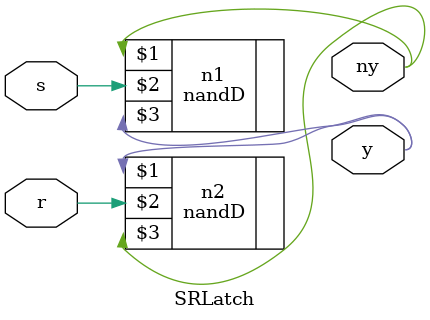
<source format=v>
module SRLatch (output y, output ny, input s, input r);

    nandD n1(ny,s,y);
    nandD n2(y,r,ny);

endmodule
</source>
